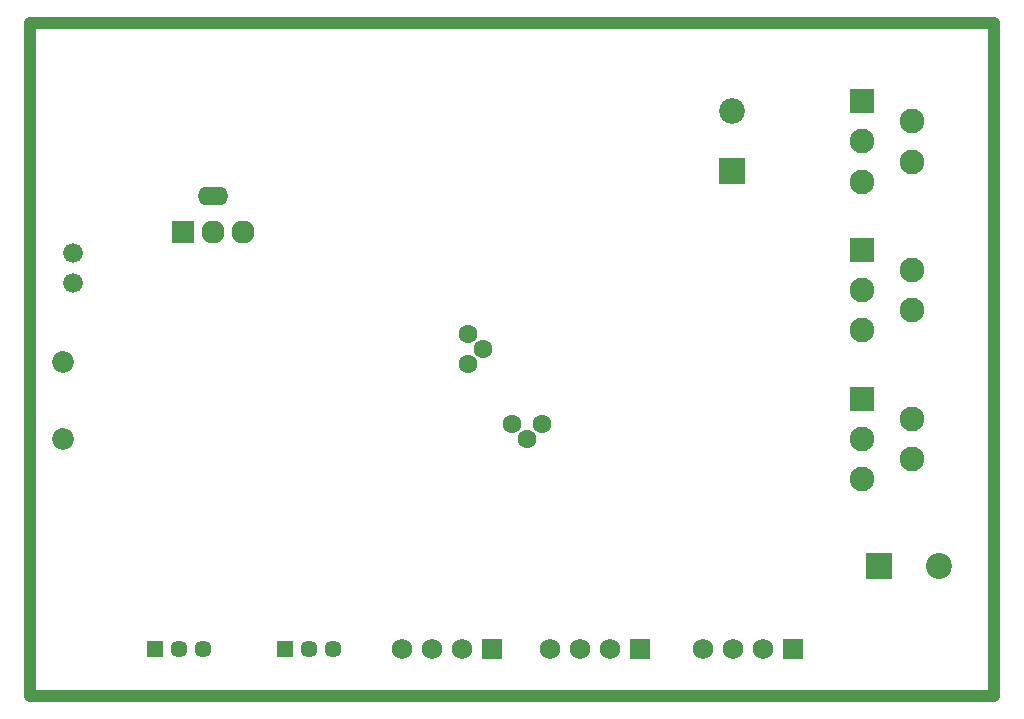
<source format=gbs>
G04*
G04 #@! TF.GenerationSoftware,Altium Limited,Altium Designer,23.11.1 (41)*
G04*
G04 Layer_Color=16711935*
%FSAX44Y44*%
%MOMM*%
G71*
G04*
G04 #@! TF.SameCoordinates,9D00B8A6-494E-4DAA-AF83-715044521DEC*
G04*
G04*
G04 #@! TF.FilePolarity,Negative*
G04*
G01*
G75*
%ADD53C,1.0000*%
%ADD87O,2.6000X1.6000*%
%ADD88R,1.9600X1.9600*%
%ADD89C,1.9600*%
%ADD90C,2.0950*%
%ADD91R,2.0950X2.0950*%
%ADD92C,1.8500*%
%ADD93C,1.6750*%
%ADD94C,1.6000*%
%ADD95R,1.7500X1.7500*%
%ADD96C,1.7500*%
%ADD97C,1.4500*%
%ADD98R,1.4500X1.4500*%
%ADD99C,2.1850*%
%ADD100R,2.1850X2.1850*%
%ADD101C,2.2000*%
%ADD102R,2.2000X2.2000*%
D53*
X00000000Y00000000D02*
X00816000D01*
Y00570000D01*
X00000000D02*
X00816000D01*
X00000000Y00000000D02*
Y00570000D01*
D87*
X00154500Y00423500D02*
D03*
D88*
X00129100Y00393000D02*
D03*
D89*
X00154500D02*
D03*
X00179900D02*
D03*
D90*
X00746455Y00326500D02*
D03*
Y00360500D02*
D03*
X00704545Y00309500D02*
D03*
Y00343500D02*
D03*
X00704495Y00469500D02*
D03*
Y00435500D02*
D03*
X00746405Y00486500D02*
D03*
Y00452500D02*
D03*
X00746455Y00200500D02*
D03*
Y00234500D02*
D03*
X00704545Y00183500D02*
D03*
Y00217500D02*
D03*
D91*
Y00377500D02*
D03*
X00704495Y00503500D02*
D03*
X00704545Y00251500D02*
D03*
D92*
X00027500Y00282550D02*
D03*
Y00217450D02*
D03*
D93*
X00036000Y00350000D02*
D03*
Y00375000D02*
D03*
D94*
X00407800Y00230500D02*
D03*
X00420500Y00217500D02*
D03*
X00433200Y00230500D02*
D03*
X00370500Y00280800D02*
D03*
X00383500Y00293500D02*
D03*
X00370500Y00306200D02*
D03*
D95*
X00516000Y00040000D02*
D03*
X00646000D02*
D03*
X00391000D02*
D03*
D96*
X00490600D02*
D03*
X00465200D02*
D03*
X00439800D02*
D03*
X00620600D02*
D03*
X00595200D02*
D03*
X00569800D02*
D03*
X00365600D02*
D03*
X00340200D02*
D03*
X00314800D02*
D03*
D97*
X00146000D02*
D03*
X00126000D02*
D03*
X00256000D02*
D03*
X00236000D02*
D03*
D98*
X00106000D02*
D03*
X00216000D02*
D03*
D99*
X00594500Y00494900D02*
D03*
D100*
Y00444100D02*
D03*
D101*
X00769191Y00110000D02*
D03*
D102*
X00718391D02*
D03*
M02*

</source>
